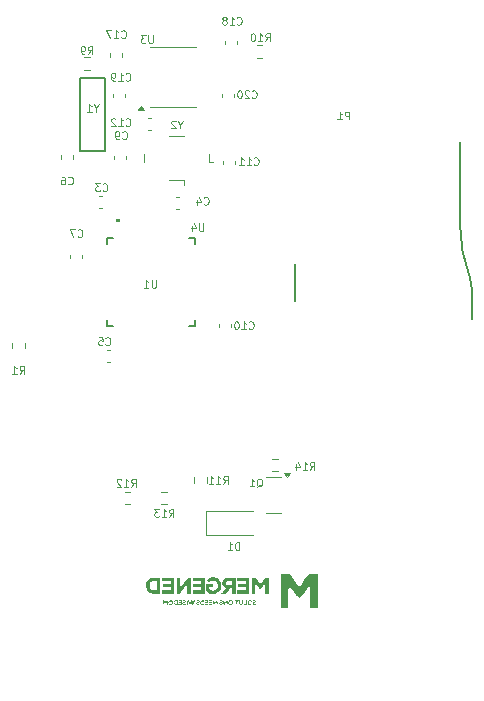
<source format=gbr>
%TF.GenerationSoftware,KiCad,Pcbnew,9.0.4*%
%TF.CreationDate,2025-12-12T14:24:18+03:00*%
%TF.ProjectId,mini_power_logger,6d696e69-5f70-46f7-9765-725f6c6f6767,rev?*%
%TF.SameCoordinates,Original*%
%TF.FileFunction,Legend,Bot*%
%TF.FilePolarity,Positive*%
%FSLAX46Y46*%
G04 Gerber Fmt 4.6, Leading zero omitted, Abs format (unit mm)*
G04 Created by KiCad (PCBNEW 9.0.4) date 2025-12-12 14:24:18*
%MOMM*%
%LPD*%
G01*
G04 APERTURE LIST*
%ADD10C,0.120000*%
%ADD11C,0.000000*%
%ADD12C,0.127000*%
%ADD13C,0.152400*%
G04 APERTURE END LIST*
D10*
X175045238Y-74544462D02*
X175045238Y-75070652D01*
X175045238Y-75070652D02*
X175014285Y-75132557D01*
X175014285Y-75132557D02*
X174983333Y-75163510D01*
X174983333Y-75163510D02*
X174921428Y-75194462D01*
X174921428Y-75194462D02*
X174797619Y-75194462D01*
X174797619Y-75194462D02*
X174735714Y-75163510D01*
X174735714Y-75163510D02*
X174704761Y-75132557D01*
X174704761Y-75132557D02*
X174673809Y-75070652D01*
X174673809Y-75070652D02*
X174673809Y-74544462D01*
X174085714Y-74761129D02*
X174085714Y-75194462D01*
X174240476Y-74513510D02*
X174395238Y-74977795D01*
X174395238Y-74977795D02*
X173992857Y-74977795D01*
X165283333Y-60219462D02*
X165500000Y-59909938D01*
X165654762Y-60219462D02*
X165654762Y-59569462D01*
X165654762Y-59569462D02*
X165407143Y-59569462D01*
X165407143Y-59569462D02*
X165345238Y-59600414D01*
X165345238Y-59600414D02*
X165314285Y-59631367D01*
X165314285Y-59631367D02*
X165283333Y-59693271D01*
X165283333Y-59693271D02*
X165283333Y-59786129D01*
X165283333Y-59786129D02*
X165314285Y-59848033D01*
X165314285Y-59848033D02*
X165345238Y-59878986D01*
X165345238Y-59878986D02*
X165407143Y-59909938D01*
X165407143Y-59909938D02*
X165654762Y-59909938D01*
X164973809Y-60219462D02*
X164850000Y-60219462D01*
X164850000Y-60219462D02*
X164788095Y-60188510D01*
X164788095Y-60188510D02*
X164757143Y-60157557D01*
X164757143Y-60157557D02*
X164695238Y-60064700D01*
X164695238Y-60064700D02*
X164664285Y-59940890D01*
X164664285Y-59940890D02*
X164664285Y-59693271D01*
X164664285Y-59693271D02*
X164695238Y-59631367D01*
X164695238Y-59631367D02*
X164726190Y-59600414D01*
X164726190Y-59600414D02*
X164788095Y-59569462D01*
X164788095Y-59569462D02*
X164911904Y-59569462D01*
X164911904Y-59569462D02*
X164973809Y-59600414D01*
X164973809Y-59600414D02*
X165004762Y-59631367D01*
X165004762Y-59631367D02*
X165035714Y-59693271D01*
X165035714Y-59693271D02*
X165035714Y-59848033D01*
X165035714Y-59848033D02*
X165004762Y-59909938D01*
X165004762Y-59909938D02*
X164973809Y-59940890D01*
X164973809Y-59940890D02*
X164911904Y-59971843D01*
X164911904Y-59971843D02*
X164788095Y-59971843D01*
X164788095Y-59971843D02*
X164726190Y-59940890D01*
X164726190Y-59940890D02*
X164695238Y-59909938D01*
X164695238Y-59909938D02*
X164664285Y-59848033D01*
X187379762Y-65744462D02*
X187379762Y-65094462D01*
X187379762Y-65094462D02*
X187132143Y-65094462D01*
X187132143Y-65094462D02*
X187070238Y-65125414D01*
X187070238Y-65125414D02*
X187039285Y-65156367D01*
X187039285Y-65156367D02*
X187008333Y-65218271D01*
X187008333Y-65218271D02*
X187008333Y-65311129D01*
X187008333Y-65311129D02*
X187039285Y-65373033D01*
X187039285Y-65373033D02*
X187070238Y-65403986D01*
X187070238Y-65403986D02*
X187132143Y-65434938D01*
X187132143Y-65434938D02*
X187379762Y-65434938D01*
X186389285Y-65744462D02*
X186760714Y-65744462D01*
X186575000Y-65744462D02*
X186575000Y-65094462D01*
X186575000Y-65094462D02*
X186636904Y-65187319D01*
X186636904Y-65187319D02*
X186698809Y-65249224D01*
X186698809Y-65249224D02*
X186760714Y-65280176D01*
X179561904Y-96881367D02*
X179623809Y-96850414D01*
X179623809Y-96850414D02*
X179685714Y-96788510D01*
X179685714Y-96788510D02*
X179778571Y-96695652D01*
X179778571Y-96695652D02*
X179840476Y-96664700D01*
X179840476Y-96664700D02*
X179902380Y-96664700D01*
X179871428Y-96819462D02*
X179933333Y-96788510D01*
X179933333Y-96788510D02*
X179995238Y-96726605D01*
X179995238Y-96726605D02*
X180026190Y-96602795D01*
X180026190Y-96602795D02*
X180026190Y-96386129D01*
X180026190Y-96386129D02*
X179995238Y-96262319D01*
X179995238Y-96262319D02*
X179933333Y-96200414D01*
X179933333Y-96200414D02*
X179871428Y-96169462D01*
X179871428Y-96169462D02*
X179747619Y-96169462D01*
X179747619Y-96169462D02*
X179685714Y-96200414D01*
X179685714Y-96200414D02*
X179623809Y-96262319D01*
X179623809Y-96262319D02*
X179592857Y-96386129D01*
X179592857Y-96386129D02*
X179592857Y-96602795D01*
X179592857Y-96602795D02*
X179623809Y-96726605D01*
X179623809Y-96726605D02*
X179685714Y-96788510D01*
X179685714Y-96788510D02*
X179747619Y-96819462D01*
X179747619Y-96819462D02*
X179871428Y-96819462D01*
X178973809Y-96819462D02*
X179345238Y-96819462D01*
X179159524Y-96819462D02*
X179159524Y-96169462D01*
X179159524Y-96169462D02*
X179221428Y-96262319D01*
X179221428Y-96262319D02*
X179283333Y-96324224D01*
X179283333Y-96324224D02*
X179345238Y-96355176D01*
X179167857Y-63882557D02*
X179198809Y-63913510D01*
X179198809Y-63913510D02*
X179291667Y-63944462D01*
X179291667Y-63944462D02*
X179353571Y-63944462D01*
X179353571Y-63944462D02*
X179446428Y-63913510D01*
X179446428Y-63913510D02*
X179508333Y-63851605D01*
X179508333Y-63851605D02*
X179539286Y-63789700D01*
X179539286Y-63789700D02*
X179570238Y-63665890D01*
X179570238Y-63665890D02*
X179570238Y-63573033D01*
X179570238Y-63573033D02*
X179539286Y-63449224D01*
X179539286Y-63449224D02*
X179508333Y-63387319D01*
X179508333Y-63387319D02*
X179446428Y-63325414D01*
X179446428Y-63325414D02*
X179353571Y-63294462D01*
X179353571Y-63294462D02*
X179291667Y-63294462D01*
X179291667Y-63294462D02*
X179198809Y-63325414D01*
X179198809Y-63325414D02*
X179167857Y-63356367D01*
X178920238Y-63356367D02*
X178889286Y-63325414D01*
X178889286Y-63325414D02*
X178827381Y-63294462D01*
X178827381Y-63294462D02*
X178672619Y-63294462D01*
X178672619Y-63294462D02*
X178610714Y-63325414D01*
X178610714Y-63325414D02*
X178579762Y-63356367D01*
X178579762Y-63356367D02*
X178548809Y-63418271D01*
X178548809Y-63418271D02*
X178548809Y-63480176D01*
X178548809Y-63480176D02*
X178579762Y-63573033D01*
X178579762Y-63573033D02*
X178951190Y-63944462D01*
X178951190Y-63944462D02*
X178548809Y-63944462D01*
X178146428Y-63294462D02*
X178084523Y-63294462D01*
X178084523Y-63294462D02*
X178022619Y-63325414D01*
X178022619Y-63325414D02*
X177991666Y-63356367D01*
X177991666Y-63356367D02*
X177960714Y-63418271D01*
X177960714Y-63418271D02*
X177929761Y-63542081D01*
X177929761Y-63542081D02*
X177929761Y-63696843D01*
X177929761Y-63696843D02*
X177960714Y-63820652D01*
X177960714Y-63820652D02*
X177991666Y-63882557D01*
X177991666Y-63882557D02*
X178022619Y-63913510D01*
X178022619Y-63913510D02*
X178084523Y-63944462D01*
X178084523Y-63944462D02*
X178146428Y-63944462D01*
X178146428Y-63944462D02*
X178208333Y-63913510D01*
X178208333Y-63913510D02*
X178239285Y-63882557D01*
X178239285Y-63882557D02*
X178270238Y-63820652D01*
X178270238Y-63820652D02*
X178301190Y-63696843D01*
X178301190Y-63696843D02*
X178301190Y-63542081D01*
X178301190Y-63542081D02*
X178270238Y-63418271D01*
X178270238Y-63418271D02*
X178239285Y-63356367D01*
X178239285Y-63356367D02*
X178208333Y-63325414D01*
X178208333Y-63325414D02*
X178146428Y-63294462D01*
X168092857Y-58782557D02*
X168123809Y-58813510D01*
X168123809Y-58813510D02*
X168216667Y-58844462D01*
X168216667Y-58844462D02*
X168278571Y-58844462D01*
X168278571Y-58844462D02*
X168371428Y-58813510D01*
X168371428Y-58813510D02*
X168433333Y-58751605D01*
X168433333Y-58751605D02*
X168464286Y-58689700D01*
X168464286Y-58689700D02*
X168495238Y-58565890D01*
X168495238Y-58565890D02*
X168495238Y-58473033D01*
X168495238Y-58473033D02*
X168464286Y-58349224D01*
X168464286Y-58349224D02*
X168433333Y-58287319D01*
X168433333Y-58287319D02*
X168371428Y-58225414D01*
X168371428Y-58225414D02*
X168278571Y-58194462D01*
X168278571Y-58194462D02*
X168216667Y-58194462D01*
X168216667Y-58194462D02*
X168123809Y-58225414D01*
X168123809Y-58225414D02*
X168092857Y-58256367D01*
X167473809Y-58844462D02*
X167845238Y-58844462D01*
X167659524Y-58844462D02*
X167659524Y-58194462D01*
X167659524Y-58194462D02*
X167721428Y-58287319D01*
X167721428Y-58287319D02*
X167783333Y-58349224D01*
X167783333Y-58349224D02*
X167845238Y-58380176D01*
X167257142Y-58194462D02*
X166823809Y-58194462D01*
X166823809Y-58194462D02*
X167102380Y-58844462D01*
X168942857Y-96844462D02*
X169159524Y-96534938D01*
X169314286Y-96844462D02*
X169314286Y-96194462D01*
X169314286Y-96194462D02*
X169066667Y-96194462D01*
X169066667Y-96194462D02*
X169004762Y-96225414D01*
X169004762Y-96225414D02*
X168973809Y-96256367D01*
X168973809Y-96256367D02*
X168942857Y-96318271D01*
X168942857Y-96318271D02*
X168942857Y-96411129D01*
X168942857Y-96411129D02*
X168973809Y-96473033D01*
X168973809Y-96473033D02*
X169004762Y-96503986D01*
X169004762Y-96503986D02*
X169066667Y-96534938D01*
X169066667Y-96534938D02*
X169314286Y-96534938D01*
X168323809Y-96844462D02*
X168695238Y-96844462D01*
X168509524Y-96844462D02*
X168509524Y-96194462D01*
X168509524Y-96194462D02*
X168571428Y-96287319D01*
X168571428Y-96287319D02*
X168633333Y-96349224D01*
X168633333Y-96349224D02*
X168695238Y-96380176D01*
X168076190Y-96256367D02*
X168045238Y-96225414D01*
X168045238Y-96225414D02*
X167983333Y-96194462D01*
X167983333Y-96194462D02*
X167828571Y-96194462D01*
X167828571Y-96194462D02*
X167766666Y-96225414D01*
X167766666Y-96225414D02*
X167735714Y-96256367D01*
X167735714Y-96256367D02*
X167704761Y-96318271D01*
X167704761Y-96318271D02*
X167704761Y-96380176D01*
X167704761Y-96380176D02*
X167735714Y-96473033D01*
X167735714Y-96473033D02*
X168107142Y-96844462D01*
X168107142Y-96844462D02*
X167704761Y-96844462D01*
X178892857Y-83432557D02*
X178923809Y-83463510D01*
X178923809Y-83463510D02*
X179016667Y-83494462D01*
X179016667Y-83494462D02*
X179078571Y-83494462D01*
X179078571Y-83494462D02*
X179171428Y-83463510D01*
X179171428Y-83463510D02*
X179233333Y-83401605D01*
X179233333Y-83401605D02*
X179264286Y-83339700D01*
X179264286Y-83339700D02*
X179295238Y-83215890D01*
X179295238Y-83215890D02*
X179295238Y-83123033D01*
X179295238Y-83123033D02*
X179264286Y-82999224D01*
X179264286Y-82999224D02*
X179233333Y-82937319D01*
X179233333Y-82937319D02*
X179171428Y-82875414D01*
X179171428Y-82875414D02*
X179078571Y-82844462D01*
X179078571Y-82844462D02*
X179016667Y-82844462D01*
X179016667Y-82844462D02*
X178923809Y-82875414D01*
X178923809Y-82875414D02*
X178892857Y-82906367D01*
X178273809Y-83494462D02*
X178645238Y-83494462D01*
X178459524Y-83494462D02*
X178459524Y-82844462D01*
X178459524Y-82844462D02*
X178521428Y-82937319D01*
X178521428Y-82937319D02*
X178583333Y-82999224D01*
X178583333Y-82999224D02*
X178645238Y-83030176D01*
X177871428Y-82844462D02*
X177809523Y-82844462D01*
X177809523Y-82844462D02*
X177747619Y-82875414D01*
X177747619Y-82875414D02*
X177716666Y-82906367D01*
X177716666Y-82906367D02*
X177685714Y-82968271D01*
X177685714Y-82968271D02*
X177654761Y-83092081D01*
X177654761Y-83092081D02*
X177654761Y-83246843D01*
X177654761Y-83246843D02*
X177685714Y-83370652D01*
X177685714Y-83370652D02*
X177716666Y-83432557D01*
X177716666Y-83432557D02*
X177747619Y-83463510D01*
X177747619Y-83463510D02*
X177809523Y-83494462D01*
X177809523Y-83494462D02*
X177871428Y-83494462D01*
X177871428Y-83494462D02*
X177933333Y-83463510D01*
X177933333Y-83463510D02*
X177964285Y-83432557D01*
X177964285Y-83432557D02*
X177995238Y-83370652D01*
X177995238Y-83370652D02*
X178026190Y-83246843D01*
X178026190Y-83246843D02*
X178026190Y-83092081D01*
X178026190Y-83092081D02*
X177995238Y-82968271D01*
X177995238Y-82968271D02*
X177964285Y-82906367D01*
X177964285Y-82906367D02*
X177933333Y-82875414D01*
X177933333Y-82875414D02*
X177871428Y-82844462D01*
X178079762Y-102194462D02*
X178079762Y-101544462D01*
X178079762Y-101544462D02*
X177925000Y-101544462D01*
X177925000Y-101544462D02*
X177832143Y-101575414D01*
X177832143Y-101575414D02*
X177770238Y-101637319D01*
X177770238Y-101637319D02*
X177739285Y-101699224D01*
X177739285Y-101699224D02*
X177708333Y-101823033D01*
X177708333Y-101823033D02*
X177708333Y-101915890D01*
X177708333Y-101915890D02*
X177739285Y-102039700D01*
X177739285Y-102039700D02*
X177770238Y-102101605D01*
X177770238Y-102101605D02*
X177832143Y-102163510D01*
X177832143Y-102163510D02*
X177925000Y-102194462D01*
X177925000Y-102194462D02*
X178079762Y-102194462D01*
X177089285Y-102194462D02*
X177460714Y-102194462D01*
X177275000Y-102194462D02*
X177275000Y-101544462D01*
X177275000Y-101544462D02*
X177336904Y-101637319D01*
X177336904Y-101637319D02*
X177398809Y-101699224D01*
X177398809Y-101699224D02*
X177460714Y-101730176D01*
X173109523Y-66184938D02*
X173109523Y-66494462D01*
X173326190Y-65844462D02*
X173109523Y-66184938D01*
X173109523Y-66184938D02*
X172892856Y-65844462D01*
X172707142Y-65906367D02*
X172676190Y-65875414D01*
X172676190Y-65875414D02*
X172614285Y-65844462D01*
X172614285Y-65844462D02*
X172459523Y-65844462D01*
X172459523Y-65844462D02*
X172397618Y-65875414D01*
X172397618Y-65875414D02*
X172366666Y-65906367D01*
X172366666Y-65906367D02*
X172335713Y-65968271D01*
X172335713Y-65968271D02*
X172335713Y-66030176D01*
X172335713Y-66030176D02*
X172366666Y-66123033D01*
X172366666Y-66123033D02*
X172738094Y-66494462D01*
X172738094Y-66494462D02*
X172335713Y-66494462D01*
X168183333Y-67332557D02*
X168214285Y-67363510D01*
X168214285Y-67363510D02*
X168307143Y-67394462D01*
X168307143Y-67394462D02*
X168369047Y-67394462D01*
X168369047Y-67394462D02*
X168461904Y-67363510D01*
X168461904Y-67363510D02*
X168523809Y-67301605D01*
X168523809Y-67301605D02*
X168554762Y-67239700D01*
X168554762Y-67239700D02*
X168585714Y-67115890D01*
X168585714Y-67115890D02*
X168585714Y-67023033D01*
X168585714Y-67023033D02*
X168554762Y-66899224D01*
X168554762Y-66899224D02*
X168523809Y-66837319D01*
X168523809Y-66837319D02*
X168461904Y-66775414D01*
X168461904Y-66775414D02*
X168369047Y-66744462D01*
X168369047Y-66744462D02*
X168307143Y-66744462D01*
X168307143Y-66744462D02*
X168214285Y-66775414D01*
X168214285Y-66775414D02*
X168183333Y-66806367D01*
X167873809Y-67394462D02*
X167750000Y-67394462D01*
X167750000Y-67394462D02*
X167688095Y-67363510D01*
X167688095Y-67363510D02*
X167657143Y-67332557D01*
X167657143Y-67332557D02*
X167595238Y-67239700D01*
X167595238Y-67239700D02*
X167564285Y-67115890D01*
X167564285Y-67115890D02*
X167564285Y-66868271D01*
X167564285Y-66868271D02*
X167595238Y-66806367D01*
X167595238Y-66806367D02*
X167626190Y-66775414D01*
X167626190Y-66775414D02*
X167688095Y-66744462D01*
X167688095Y-66744462D02*
X167811904Y-66744462D01*
X167811904Y-66744462D02*
X167873809Y-66775414D01*
X167873809Y-66775414D02*
X167904762Y-66806367D01*
X167904762Y-66806367D02*
X167935714Y-66868271D01*
X167935714Y-66868271D02*
X167935714Y-67023033D01*
X167935714Y-67023033D02*
X167904762Y-67084938D01*
X167904762Y-67084938D02*
X167873809Y-67115890D01*
X167873809Y-67115890D02*
X167811904Y-67146843D01*
X167811904Y-67146843D02*
X167688095Y-67146843D01*
X167688095Y-67146843D02*
X167626190Y-67115890D01*
X167626190Y-67115890D02*
X167595238Y-67084938D01*
X167595238Y-67084938D02*
X167564285Y-67023033D01*
X164408333Y-75632557D02*
X164439285Y-75663510D01*
X164439285Y-75663510D02*
X164532143Y-75694462D01*
X164532143Y-75694462D02*
X164594047Y-75694462D01*
X164594047Y-75694462D02*
X164686904Y-75663510D01*
X164686904Y-75663510D02*
X164748809Y-75601605D01*
X164748809Y-75601605D02*
X164779762Y-75539700D01*
X164779762Y-75539700D02*
X164810714Y-75415890D01*
X164810714Y-75415890D02*
X164810714Y-75323033D01*
X164810714Y-75323033D02*
X164779762Y-75199224D01*
X164779762Y-75199224D02*
X164748809Y-75137319D01*
X164748809Y-75137319D02*
X164686904Y-75075414D01*
X164686904Y-75075414D02*
X164594047Y-75044462D01*
X164594047Y-75044462D02*
X164532143Y-75044462D01*
X164532143Y-75044462D02*
X164439285Y-75075414D01*
X164439285Y-75075414D02*
X164408333Y-75106367D01*
X164191666Y-75044462D02*
X163758333Y-75044462D01*
X163758333Y-75044462D02*
X164036904Y-75694462D01*
X159483333Y-87269462D02*
X159700000Y-86959938D01*
X159854762Y-87269462D02*
X159854762Y-86619462D01*
X159854762Y-86619462D02*
X159607143Y-86619462D01*
X159607143Y-86619462D02*
X159545238Y-86650414D01*
X159545238Y-86650414D02*
X159514285Y-86681367D01*
X159514285Y-86681367D02*
X159483333Y-86743271D01*
X159483333Y-86743271D02*
X159483333Y-86836129D01*
X159483333Y-86836129D02*
X159514285Y-86898033D01*
X159514285Y-86898033D02*
X159545238Y-86928986D01*
X159545238Y-86928986D02*
X159607143Y-86959938D01*
X159607143Y-86959938D02*
X159854762Y-86959938D01*
X158864285Y-87269462D02*
X159235714Y-87269462D01*
X159050000Y-87269462D02*
X159050000Y-86619462D01*
X159050000Y-86619462D02*
X159111904Y-86712319D01*
X159111904Y-86712319D02*
X159173809Y-86774224D01*
X159173809Y-86774224D02*
X159235714Y-86805176D01*
X177892857Y-57657557D02*
X177923809Y-57688510D01*
X177923809Y-57688510D02*
X178016667Y-57719462D01*
X178016667Y-57719462D02*
X178078571Y-57719462D01*
X178078571Y-57719462D02*
X178171428Y-57688510D01*
X178171428Y-57688510D02*
X178233333Y-57626605D01*
X178233333Y-57626605D02*
X178264286Y-57564700D01*
X178264286Y-57564700D02*
X178295238Y-57440890D01*
X178295238Y-57440890D02*
X178295238Y-57348033D01*
X178295238Y-57348033D02*
X178264286Y-57224224D01*
X178264286Y-57224224D02*
X178233333Y-57162319D01*
X178233333Y-57162319D02*
X178171428Y-57100414D01*
X178171428Y-57100414D02*
X178078571Y-57069462D01*
X178078571Y-57069462D02*
X178016667Y-57069462D01*
X178016667Y-57069462D02*
X177923809Y-57100414D01*
X177923809Y-57100414D02*
X177892857Y-57131367D01*
X177273809Y-57719462D02*
X177645238Y-57719462D01*
X177459524Y-57719462D02*
X177459524Y-57069462D01*
X177459524Y-57069462D02*
X177521428Y-57162319D01*
X177521428Y-57162319D02*
X177583333Y-57224224D01*
X177583333Y-57224224D02*
X177645238Y-57255176D01*
X176902380Y-57348033D02*
X176964285Y-57317081D01*
X176964285Y-57317081D02*
X176995238Y-57286129D01*
X176995238Y-57286129D02*
X177026190Y-57224224D01*
X177026190Y-57224224D02*
X177026190Y-57193271D01*
X177026190Y-57193271D02*
X176995238Y-57131367D01*
X176995238Y-57131367D02*
X176964285Y-57100414D01*
X176964285Y-57100414D02*
X176902380Y-57069462D01*
X176902380Y-57069462D02*
X176778571Y-57069462D01*
X176778571Y-57069462D02*
X176716666Y-57100414D01*
X176716666Y-57100414D02*
X176685714Y-57131367D01*
X176685714Y-57131367D02*
X176654761Y-57193271D01*
X176654761Y-57193271D02*
X176654761Y-57224224D01*
X176654761Y-57224224D02*
X176685714Y-57286129D01*
X176685714Y-57286129D02*
X176716666Y-57317081D01*
X176716666Y-57317081D02*
X176778571Y-57348033D01*
X176778571Y-57348033D02*
X176902380Y-57348033D01*
X176902380Y-57348033D02*
X176964285Y-57378986D01*
X176964285Y-57378986D02*
X176995238Y-57409938D01*
X176995238Y-57409938D02*
X177026190Y-57471843D01*
X177026190Y-57471843D02*
X177026190Y-57595652D01*
X177026190Y-57595652D02*
X176995238Y-57657557D01*
X176995238Y-57657557D02*
X176964285Y-57688510D01*
X176964285Y-57688510D02*
X176902380Y-57719462D01*
X176902380Y-57719462D02*
X176778571Y-57719462D01*
X176778571Y-57719462D02*
X176716666Y-57688510D01*
X176716666Y-57688510D02*
X176685714Y-57657557D01*
X176685714Y-57657557D02*
X176654761Y-57595652D01*
X176654761Y-57595652D02*
X176654761Y-57471843D01*
X176654761Y-57471843D02*
X176685714Y-57409938D01*
X176685714Y-57409938D02*
X176716666Y-57378986D01*
X176716666Y-57378986D02*
X176778571Y-57348033D01*
X168467857Y-62407557D02*
X168498809Y-62438510D01*
X168498809Y-62438510D02*
X168591667Y-62469462D01*
X168591667Y-62469462D02*
X168653571Y-62469462D01*
X168653571Y-62469462D02*
X168746428Y-62438510D01*
X168746428Y-62438510D02*
X168808333Y-62376605D01*
X168808333Y-62376605D02*
X168839286Y-62314700D01*
X168839286Y-62314700D02*
X168870238Y-62190890D01*
X168870238Y-62190890D02*
X168870238Y-62098033D01*
X168870238Y-62098033D02*
X168839286Y-61974224D01*
X168839286Y-61974224D02*
X168808333Y-61912319D01*
X168808333Y-61912319D02*
X168746428Y-61850414D01*
X168746428Y-61850414D02*
X168653571Y-61819462D01*
X168653571Y-61819462D02*
X168591667Y-61819462D01*
X168591667Y-61819462D02*
X168498809Y-61850414D01*
X168498809Y-61850414D02*
X168467857Y-61881367D01*
X167848809Y-62469462D02*
X168220238Y-62469462D01*
X168034524Y-62469462D02*
X168034524Y-61819462D01*
X168034524Y-61819462D02*
X168096428Y-61912319D01*
X168096428Y-61912319D02*
X168158333Y-61974224D01*
X168158333Y-61974224D02*
X168220238Y-62005176D01*
X167539285Y-62469462D02*
X167415476Y-62469462D01*
X167415476Y-62469462D02*
X167353571Y-62438510D01*
X167353571Y-62438510D02*
X167322619Y-62407557D01*
X167322619Y-62407557D02*
X167260714Y-62314700D01*
X167260714Y-62314700D02*
X167229761Y-62190890D01*
X167229761Y-62190890D02*
X167229761Y-61943271D01*
X167229761Y-61943271D02*
X167260714Y-61881367D01*
X167260714Y-61881367D02*
X167291666Y-61850414D01*
X167291666Y-61850414D02*
X167353571Y-61819462D01*
X167353571Y-61819462D02*
X167477380Y-61819462D01*
X167477380Y-61819462D02*
X167539285Y-61850414D01*
X167539285Y-61850414D02*
X167570238Y-61881367D01*
X167570238Y-61881367D02*
X167601190Y-61943271D01*
X167601190Y-61943271D02*
X167601190Y-62098033D01*
X167601190Y-62098033D02*
X167570238Y-62159938D01*
X167570238Y-62159938D02*
X167539285Y-62190890D01*
X167539285Y-62190890D02*
X167477380Y-62221843D01*
X167477380Y-62221843D02*
X167353571Y-62221843D01*
X167353571Y-62221843D02*
X167291666Y-62190890D01*
X167291666Y-62190890D02*
X167260714Y-62159938D01*
X167260714Y-62159938D02*
X167229761Y-62098033D01*
X168467857Y-66232557D02*
X168498809Y-66263510D01*
X168498809Y-66263510D02*
X168591667Y-66294462D01*
X168591667Y-66294462D02*
X168653571Y-66294462D01*
X168653571Y-66294462D02*
X168746428Y-66263510D01*
X168746428Y-66263510D02*
X168808333Y-66201605D01*
X168808333Y-66201605D02*
X168839286Y-66139700D01*
X168839286Y-66139700D02*
X168870238Y-66015890D01*
X168870238Y-66015890D02*
X168870238Y-65923033D01*
X168870238Y-65923033D02*
X168839286Y-65799224D01*
X168839286Y-65799224D02*
X168808333Y-65737319D01*
X168808333Y-65737319D02*
X168746428Y-65675414D01*
X168746428Y-65675414D02*
X168653571Y-65644462D01*
X168653571Y-65644462D02*
X168591667Y-65644462D01*
X168591667Y-65644462D02*
X168498809Y-65675414D01*
X168498809Y-65675414D02*
X168467857Y-65706367D01*
X167848809Y-66294462D02*
X168220238Y-66294462D01*
X168034524Y-66294462D02*
X168034524Y-65644462D01*
X168034524Y-65644462D02*
X168096428Y-65737319D01*
X168096428Y-65737319D02*
X168158333Y-65799224D01*
X168158333Y-65799224D02*
X168220238Y-65830176D01*
X167601190Y-65706367D02*
X167570238Y-65675414D01*
X167570238Y-65675414D02*
X167508333Y-65644462D01*
X167508333Y-65644462D02*
X167353571Y-65644462D01*
X167353571Y-65644462D02*
X167291666Y-65675414D01*
X167291666Y-65675414D02*
X167260714Y-65706367D01*
X167260714Y-65706367D02*
X167229761Y-65768271D01*
X167229761Y-65768271D02*
X167229761Y-65830176D01*
X167229761Y-65830176D02*
X167260714Y-65923033D01*
X167260714Y-65923033D02*
X167632142Y-66294462D01*
X167632142Y-66294462D02*
X167229761Y-66294462D01*
X180292857Y-59119462D02*
X180509524Y-58809938D01*
X180664286Y-59119462D02*
X180664286Y-58469462D01*
X180664286Y-58469462D02*
X180416667Y-58469462D01*
X180416667Y-58469462D02*
X180354762Y-58500414D01*
X180354762Y-58500414D02*
X180323809Y-58531367D01*
X180323809Y-58531367D02*
X180292857Y-58593271D01*
X180292857Y-58593271D02*
X180292857Y-58686129D01*
X180292857Y-58686129D02*
X180323809Y-58748033D01*
X180323809Y-58748033D02*
X180354762Y-58778986D01*
X180354762Y-58778986D02*
X180416667Y-58809938D01*
X180416667Y-58809938D02*
X180664286Y-58809938D01*
X179673809Y-59119462D02*
X180045238Y-59119462D01*
X179859524Y-59119462D02*
X179859524Y-58469462D01*
X179859524Y-58469462D02*
X179921428Y-58562319D01*
X179921428Y-58562319D02*
X179983333Y-58624224D01*
X179983333Y-58624224D02*
X180045238Y-58655176D01*
X179271428Y-58469462D02*
X179209523Y-58469462D01*
X179209523Y-58469462D02*
X179147619Y-58500414D01*
X179147619Y-58500414D02*
X179116666Y-58531367D01*
X179116666Y-58531367D02*
X179085714Y-58593271D01*
X179085714Y-58593271D02*
X179054761Y-58717081D01*
X179054761Y-58717081D02*
X179054761Y-58871843D01*
X179054761Y-58871843D02*
X179085714Y-58995652D01*
X179085714Y-58995652D02*
X179116666Y-59057557D01*
X179116666Y-59057557D02*
X179147619Y-59088510D01*
X179147619Y-59088510D02*
X179209523Y-59119462D01*
X179209523Y-59119462D02*
X179271428Y-59119462D01*
X179271428Y-59119462D02*
X179333333Y-59088510D01*
X179333333Y-59088510D02*
X179364285Y-59057557D01*
X179364285Y-59057557D02*
X179395238Y-58995652D01*
X179395238Y-58995652D02*
X179426190Y-58871843D01*
X179426190Y-58871843D02*
X179426190Y-58717081D01*
X179426190Y-58717081D02*
X179395238Y-58593271D01*
X179395238Y-58593271D02*
X179364285Y-58531367D01*
X179364285Y-58531367D02*
X179333333Y-58500414D01*
X179333333Y-58500414D02*
X179271428Y-58469462D01*
X179317857Y-69557557D02*
X179348809Y-69588510D01*
X179348809Y-69588510D02*
X179441667Y-69619462D01*
X179441667Y-69619462D02*
X179503571Y-69619462D01*
X179503571Y-69619462D02*
X179596428Y-69588510D01*
X179596428Y-69588510D02*
X179658333Y-69526605D01*
X179658333Y-69526605D02*
X179689286Y-69464700D01*
X179689286Y-69464700D02*
X179720238Y-69340890D01*
X179720238Y-69340890D02*
X179720238Y-69248033D01*
X179720238Y-69248033D02*
X179689286Y-69124224D01*
X179689286Y-69124224D02*
X179658333Y-69062319D01*
X179658333Y-69062319D02*
X179596428Y-69000414D01*
X179596428Y-69000414D02*
X179503571Y-68969462D01*
X179503571Y-68969462D02*
X179441667Y-68969462D01*
X179441667Y-68969462D02*
X179348809Y-69000414D01*
X179348809Y-69000414D02*
X179317857Y-69031367D01*
X178698809Y-69619462D02*
X179070238Y-69619462D01*
X178884524Y-69619462D02*
X178884524Y-68969462D01*
X178884524Y-68969462D02*
X178946428Y-69062319D01*
X178946428Y-69062319D02*
X179008333Y-69124224D01*
X179008333Y-69124224D02*
X179070238Y-69155176D01*
X178079761Y-69619462D02*
X178451190Y-69619462D01*
X178265476Y-69619462D02*
X178265476Y-68969462D01*
X178265476Y-68969462D02*
X178327380Y-69062319D01*
X178327380Y-69062319D02*
X178389285Y-69124224D01*
X178389285Y-69124224D02*
X178451190Y-69155176D01*
X166508333Y-71757557D02*
X166539285Y-71788510D01*
X166539285Y-71788510D02*
X166632143Y-71819462D01*
X166632143Y-71819462D02*
X166694047Y-71819462D01*
X166694047Y-71819462D02*
X166786904Y-71788510D01*
X166786904Y-71788510D02*
X166848809Y-71726605D01*
X166848809Y-71726605D02*
X166879762Y-71664700D01*
X166879762Y-71664700D02*
X166910714Y-71540890D01*
X166910714Y-71540890D02*
X166910714Y-71448033D01*
X166910714Y-71448033D02*
X166879762Y-71324224D01*
X166879762Y-71324224D02*
X166848809Y-71262319D01*
X166848809Y-71262319D02*
X166786904Y-71200414D01*
X166786904Y-71200414D02*
X166694047Y-71169462D01*
X166694047Y-71169462D02*
X166632143Y-71169462D01*
X166632143Y-71169462D02*
X166539285Y-71200414D01*
X166539285Y-71200414D02*
X166508333Y-71231367D01*
X166291666Y-71169462D02*
X165889285Y-71169462D01*
X165889285Y-71169462D02*
X166105952Y-71417081D01*
X166105952Y-71417081D02*
X166013095Y-71417081D01*
X166013095Y-71417081D02*
X165951190Y-71448033D01*
X165951190Y-71448033D02*
X165920238Y-71478986D01*
X165920238Y-71478986D02*
X165889285Y-71540890D01*
X165889285Y-71540890D02*
X165889285Y-71695652D01*
X165889285Y-71695652D02*
X165920238Y-71757557D01*
X165920238Y-71757557D02*
X165951190Y-71788510D01*
X165951190Y-71788510D02*
X166013095Y-71819462D01*
X166013095Y-71819462D02*
X166198809Y-71819462D01*
X166198809Y-71819462D02*
X166260714Y-71788510D01*
X166260714Y-71788510D02*
X166291666Y-71757557D01*
X171045238Y-79344462D02*
X171045238Y-79870652D01*
X171045238Y-79870652D02*
X171014285Y-79932557D01*
X171014285Y-79932557D02*
X170983333Y-79963510D01*
X170983333Y-79963510D02*
X170921428Y-79994462D01*
X170921428Y-79994462D02*
X170797619Y-79994462D01*
X170797619Y-79994462D02*
X170735714Y-79963510D01*
X170735714Y-79963510D02*
X170704761Y-79932557D01*
X170704761Y-79932557D02*
X170673809Y-79870652D01*
X170673809Y-79870652D02*
X170673809Y-79344462D01*
X170023809Y-79994462D02*
X170395238Y-79994462D01*
X170209524Y-79994462D02*
X170209524Y-79344462D01*
X170209524Y-79344462D02*
X170271428Y-79437319D01*
X170271428Y-79437319D02*
X170333333Y-79499224D01*
X170333333Y-79499224D02*
X170395238Y-79530176D01*
X184067857Y-95394462D02*
X184284524Y-95084938D01*
X184439286Y-95394462D02*
X184439286Y-94744462D01*
X184439286Y-94744462D02*
X184191667Y-94744462D01*
X184191667Y-94744462D02*
X184129762Y-94775414D01*
X184129762Y-94775414D02*
X184098809Y-94806367D01*
X184098809Y-94806367D02*
X184067857Y-94868271D01*
X184067857Y-94868271D02*
X184067857Y-94961129D01*
X184067857Y-94961129D02*
X184098809Y-95023033D01*
X184098809Y-95023033D02*
X184129762Y-95053986D01*
X184129762Y-95053986D02*
X184191667Y-95084938D01*
X184191667Y-95084938D02*
X184439286Y-95084938D01*
X183448809Y-95394462D02*
X183820238Y-95394462D01*
X183634524Y-95394462D02*
X183634524Y-94744462D01*
X183634524Y-94744462D02*
X183696428Y-94837319D01*
X183696428Y-94837319D02*
X183758333Y-94899224D01*
X183758333Y-94899224D02*
X183820238Y-94930176D01*
X182891666Y-94961129D02*
X182891666Y-95394462D01*
X183046428Y-94713510D02*
X183201190Y-95177795D01*
X183201190Y-95177795D02*
X182798809Y-95177795D01*
X176742857Y-96594462D02*
X176959524Y-96284938D01*
X177114286Y-96594462D02*
X177114286Y-95944462D01*
X177114286Y-95944462D02*
X176866667Y-95944462D01*
X176866667Y-95944462D02*
X176804762Y-95975414D01*
X176804762Y-95975414D02*
X176773809Y-96006367D01*
X176773809Y-96006367D02*
X176742857Y-96068271D01*
X176742857Y-96068271D02*
X176742857Y-96161129D01*
X176742857Y-96161129D02*
X176773809Y-96223033D01*
X176773809Y-96223033D02*
X176804762Y-96253986D01*
X176804762Y-96253986D02*
X176866667Y-96284938D01*
X176866667Y-96284938D02*
X177114286Y-96284938D01*
X176123809Y-96594462D02*
X176495238Y-96594462D01*
X176309524Y-96594462D02*
X176309524Y-95944462D01*
X176309524Y-95944462D02*
X176371428Y-96037319D01*
X176371428Y-96037319D02*
X176433333Y-96099224D01*
X176433333Y-96099224D02*
X176495238Y-96130176D01*
X175504761Y-96594462D02*
X175876190Y-96594462D01*
X175690476Y-96594462D02*
X175690476Y-95944462D01*
X175690476Y-95944462D02*
X175752380Y-96037319D01*
X175752380Y-96037319D02*
X175814285Y-96099224D01*
X175814285Y-96099224D02*
X175876190Y-96130176D01*
X172142857Y-99394462D02*
X172359524Y-99084938D01*
X172514286Y-99394462D02*
X172514286Y-98744462D01*
X172514286Y-98744462D02*
X172266667Y-98744462D01*
X172266667Y-98744462D02*
X172204762Y-98775414D01*
X172204762Y-98775414D02*
X172173809Y-98806367D01*
X172173809Y-98806367D02*
X172142857Y-98868271D01*
X172142857Y-98868271D02*
X172142857Y-98961129D01*
X172142857Y-98961129D02*
X172173809Y-99023033D01*
X172173809Y-99023033D02*
X172204762Y-99053986D01*
X172204762Y-99053986D02*
X172266667Y-99084938D01*
X172266667Y-99084938D02*
X172514286Y-99084938D01*
X171523809Y-99394462D02*
X171895238Y-99394462D01*
X171709524Y-99394462D02*
X171709524Y-98744462D01*
X171709524Y-98744462D02*
X171771428Y-98837319D01*
X171771428Y-98837319D02*
X171833333Y-98899224D01*
X171833333Y-98899224D02*
X171895238Y-98930176D01*
X171307142Y-98744462D02*
X170904761Y-98744462D01*
X170904761Y-98744462D02*
X171121428Y-98992081D01*
X171121428Y-98992081D02*
X171028571Y-98992081D01*
X171028571Y-98992081D02*
X170966666Y-99023033D01*
X170966666Y-99023033D02*
X170935714Y-99053986D01*
X170935714Y-99053986D02*
X170904761Y-99115890D01*
X170904761Y-99115890D02*
X170904761Y-99270652D01*
X170904761Y-99270652D02*
X170935714Y-99332557D01*
X170935714Y-99332557D02*
X170966666Y-99363510D01*
X170966666Y-99363510D02*
X171028571Y-99394462D01*
X171028571Y-99394462D02*
X171214285Y-99394462D01*
X171214285Y-99394462D02*
X171276190Y-99363510D01*
X171276190Y-99363510D02*
X171307142Y-99332557D01*
X175083333Y-72907557D02*
X175114285Y-72938510D01*
X175114285Y-72938510D02*
X175207143Y-72969462D01*
X175207143Y-72969462D02*
X175269047Y-72969462D01*
X175269047Y-72969462D02*
X175361904Y-72938510D01*
X175361904Y-72938510D02*
X175423809Y-72876605D01*
X175423809Y-72876605D02*
X175454762Y-72814700D01*
X175454762Y-72814700D02*
X175485714Y-72690890D01*
X175485714Y-72690890D02*
X175485714Y-72598033D01*
X175485714Y-72598033D02*
X175454762Y-72474224D01*
X175454762Y-72474224D02*
X175423809Y-72412319D01*
X175423809Y-72412319D02*
X175361904Y-72350414D01*
X175361904Y-72350414D02*
X175269047Y-72319462D01*
X175269047Y-72319462D02*
X175207143Y-72319462D01*
X175207143Y-72319462D02*
X175114285Y-72350414D01*
X175114285Y-72350414D02*
X175083333Y-72381367D01*
X174526190Y-72536129D02*
X174526190Y-72969462D01*
X174680952Y-72288510D02*
X174835714Y-72752795D01*
X174835714Y-72752795D02*
X174433333Y-72752795D01*
X163608333Y-71182557D02*
X163639285Y-71213510D01*
X163639285Y-71213510D02*
X163732143Y-71244462D01*
X163732143Y-71244462D02*
X163794047Y-71244462D01*
X163794047Y-71244462D02*
X163886904Y-71213510D01*
X163886904Y-71213510D02*
X163948809Y-71151605D01*
X163948809Y-71151605D02*
X163979762Y-71089700D01*
X163979762Y-71089700D02*
X164010714Y-70965890D01*
X164010714Y-70965890D02*
X164010714Y-70873033D01*
X164010714Y-70873033D02*
X163979762Y-70749224D01*
X163979762Y-70749224D02*
X163948809Y-70687319D01*
X163948809Y-70687319D02*
X163886904Y-70625414D01*
X163886904Y-70625414D02*
X163794047Y-70594462D01*
X163794047Y-70594462D02*
X163732143Y-70594462D01*
X163732143Y-70594462D02*
X163639285Y-70625414D01*
X163639285Y-70625414D02*
X163608333Y-70656367D01*
X163051190Y-70594462D02*
X163175000Y-70594462D01*
X163175000Y-70594462D02*
X163236904Y-70625414D01*
X163236904Y-70625414D02*
X163267857Y-70656367D01*
X163267857Y-70656367D02*
X163329762Y-70749224D01*
X163329762Y-70749224D02*
X163360714Y-70873033D01*
X163360714Y-70873033D02*
X163360714Y-71120652D01*
X163360714Y-71120652D02*
X163329762Y-71182557D01*
X163329762Y-71182557D02*
X163298809Y-71213510D01*
X163298809Y-71213510D02*
X163236904Y-71244462D01*
X163236904Y-71244462D02*
X163113095Y-71244462D01*
X163113095Y-71244462D02*
X163051190Y-71213510D01*
X163051190Y-71213510D02*
X163020238Y-71182557D01*
X163020238Y-71182557D02*
X162989285Y-71120652D01*
X162989285Y-71120652D02*
X162989285Y-70965890D01*
X162989285Y-70965890D02*
X163020238Y-70903986D01*
X163020238Y-70903986D02*
X163051190Y-70873033D01*
X163051190Y-70873033D02*
X163113095Y-70842081D01*
X163113095Y-70842081D02*
X163236904Y-70842081D01*
X163236904Y-70842081D02*
X163298809Y-70873033D01*
X163298809Y-70873033D02*
X163329762Y-70903986D01*
X163329762Y-70903986D02*
X163360714Y-70965890D01*
X166758333Y-84782557D02*
X166789285Y-84813510D01*
X166789285Y-84813510D02*
X166882143Y-84844462D01*
X166882143Y-84844462D02*
X166944047Y-84844462D01*
X166944047Y-84844462D02*
X167036904Y-84813510D01*
X167036904Y-84813510D02*
X167098809Y-84751605D01*
X167098809Y-84751605D02*
X167129762Y-84689700D01*
X167129762Y-84689700D02*
X167160714Y-84565890D01*
X167160714Y-84565890D02*
X167160714Y-84473033D01*
X167160714Y-84473033D02*
X167129762Y-84349224D01*
X167129762Y-84349224D02*
X167098809Y-84287319D01*
X167098809Y-84287319D02*
X167036904Y-84225414D01*
X167036904Y-84225414D02*
X166944047Y-84194462D01*
X166944047Y-84194462D02*
X166882143Y-84194462D01*
X166882143Y-84194462D02*
X166789285Y-84225414D01*
X166789285Y-84225414D02*
X166758333Y-84256367D01*
X166170238Y-84194462D02*
X166479762Y-84194462D01*
X166479762Y-84194462D02*
X166510714Y-84503986D01*
X166510714Y-84503986D02*
X166479762Y-84473033D01*
X166479762Y-84473033D02*
X166417857Y-84442081D01*
X166417857Y-84442081D02*
X166263095Y-84442081D01*
X166263095Y-84442081D02*
X166201190Y-84473033D01*
X166201190Y-84473033D02*
X166170238Y-84503986D01*
X166170238Y-84503986D02*
X166139285Y-84565890D01*
X166139285Y-84565890D02*
X166139285Y-84720652D01*
X166139285Y-84720652D02*
X166170238Y-84782557D01*
X166170238Y-84782557D02*
X166201190Y-84813510D01*
X166201190Y-84813510D02*
X166263095Y-84844462D01*
X166263095Y-84844462D02*
X166417857Y-84844462D01*
X166417857Y-84844462D02*
X166479762Y-84813510D01*
X166479762Y-84813510D02*
X166510714Y-84782557D01*
X165984523Y-64784938D02*
X165984523Y-65094462D01*
X166201190Y-64444462D02*
X165984523Y-64784938D01*
X165984523Y-64784938D02*
X165767856Y-64444462D01*
X165210713Y-65094462D02*
X165582142Y-65094462D01*
X165396428Y-65094462D02*
X165396428Y-64444462D01*
X165396428Y-64444462D02*
X165458332Y-64537319D01*
X165458332Y-64537319D02*
X165520237Y-64599224D01*
X165520237Y-64599224D02*
X165582142Y-64630176D01*
X170770238Y-58619462D02*
X170770238Y-59145652D01*
X170770238Y-59145652D02*
X170739285Y-59207557D01*
X170739285Y-59207557D02*
X170708333Y-59238510D01*
X170708333Y-59238510D02*
X170646428Y-59269462D01*
X170646428Y-59269462D02*
X170522619Y-59269462D01*
X170522619Y-59269462D02*
X170460714Y-59238510D01*
X170460714Y-59238510D02*
X170429761Y-59207557D01*
X170429761Y-59207557D02*
X170398809Y-59145652D01*
X170398809Y-59145652D02*
X170398809Y-58619462D01*
X170151190Y-58619462D02*
X169748809Y-58619462D01*
X169748809Y-58619462D02*
X169965476Y-58867081D01*
X169965476Y-58867081D02*
X169872619Y-58867081D01*
X169872619Y-58867081D02*
X169810714Y-58898033D01*
X169810714Y-58898033D02*
X169779762Y-58928986D01*
X169779762Y-58928986D02*
X169748809Y-58990890D01*
X169748809Y-58990890D02*
X169748809Y-59145652D01*
X169748809Y-59145652D02*
X169779762Y-59207557D01*
X169779762Y-59207557D02*
X169810714Y-59238510D01*
X169810714Y-59238510D02*
X169872619Y-59269462D01*
X169872619Y-59269462D02*
X170058333Y-59269462D01*
X170058333Y-59269462D02*
X170120238Y-59238510D01*
X170120238Y-59238510D02*
X170151190Y-59207557D01*
D11*
%TO.C,G\u002A\u002A\u002A*%
G36*
X177001122Y-113520634D02*
G01*
X177003304Y-113545992D01*
X176997656Y-113554227D01*
X176974161Y-113573511D01*
X176971415Y-113572795D01*
X176962026Y-113545992D01*
X176963145Y-113538449D01*
X176991169Y-113518473D01*
X177001122Y-113520634D01*
G37*
G36*
X184749891Y-105689329D02*
G01*
X184749891Y-107134074D01*
X184419664Y-107134074D01*
X184089436Y-107134074D01*
X184086176Y-106191550D01*
X184085648Y-106018761D01*
X184085202Y-105807123D01*
X184085027Y-105617181D01*
X184085116Y-105455605D01*
X184085466Y-105329062D01*
X184086071Y-105244220D01*
X184086926Y-105207747D01*
X184087243Y-105203726D01*
X184079193Y-105188964D01*
X184048119Y-105220965D01*
X184039407Y-105232116D01*
X183997616Y-105285899D01*
X183930045Y-105373039D01*
X183842199Y-105486430D01*
X183739584Y-105618967D01*
X183627705Y-105763546D01*
X183545754Y-105868814D01*
X183428080Y-106016451D01*
X183337029Y-106124974D01*
X183269321Y-106198052D01*
X183221680Y-106239354D01*
X183190827Y-106252549D01*
X183178574Y-106251386D01*
X183115150Y-106215568D01*
X183039473Y-106132613D01*
X182999273Y-106080932D01*
X182927642Y-105990479D01*
X182835514Y-105875162D01*
X182730452Y-105744442D01*
X182620015Y-105607780D01*
X182499372Y-105461058D01*
X182402722Y-105348909D01*
X182333792Y-105276377D01*
X182290202Y-105240964D01*
X182269570Y-105240173D01*
X182265873Y-105257757D01*
X182260610Y-105325763D01*
X182255910Y-105437616D01*
X182251942Y-105586571D01*
X182248870Y-105765883D01*
X182246863Y-105968810D01*
X182246087Y-106188606D01*
X182245953Y-106307047D01*
X182244983Y-106544964D01*
X182242952Y-106734387D01*
X182239686Y-106879886D01*
X182235010Y-106986031D01*
X182228751Y-107057394D01*
X182220733Y-107098544D01*
X182210783Y-107114052D01*
X182188823Y-107118088D01*
X182118715Y-107123906D01*
X182016047Y-107128751D01*
X181894315Y-107131863D01*
X181612730Y-107136287D01*
X181612730Y-105690435D01*
X181612730Y-104244583D01*
X181977356Y-104245937D01*
X182341982Y-104247290D01*
X182685969Y-104701410D01*
X182706170Y-104728092D01*
X182812504Y-104868994D01*
X182909565Y-104998322D01*
X182991341Y-105108019D01*
X183051822Y-105190026D01*
X183084994Y-105236285D01*
X183092219Y-105246492D01*
X183135428Y-105293884D01*
X183167551Y-105308834D01*
X183180147Y-105297567D01*
X183223233Y-105247985D01*
X183291078Y-105164632D01*
X183378775Y-105053665D01*
X183481416Y-104921242D01*
X183594095Y-104773522D01*
X183993120Y-104246419D01*
X184371505Y-104245501D01*
X184749891Y-104244583D01*
X184749891Y-105689329D01*
G37*
G36*
X179431627Y-106451135D02*
G01*
X179497712Y-106482884D01*
X179521289Y-106541973D01*
X179505639Y-106597729D01*
X179447624Y-106647612D01*
X179357984Y-106666252D01*
X179345203Y-106667261D01*
X179307273Y-106692123D01*
X179305871Y-106733101D01*
X179344170Y-106767049D01*
X179387331Y-106770582D01*
X179453264Y-106753464D01*
X179484573Y-106742616D01*
X179527659Y-106744169D01*
X179536711Y-106767516D01*
X179501228Y-106802026D01*
X179449124Y-106820519D01*
X179364970Y-106823931D01*
X179285699Y-106805929D01*
X179235268Y-106769448D01*
X179231611Y-106763217D01*
X179222997Y-106700540D01*
X179265882Y-106644921D01*
X179357081Y-106600773D01*
X179399164Y-106583663D01*
X179435148Y-106551721D01*
X179420789Y-106525347D01*
X179356175Y-106513078D01*
X179320666Y-106509297D01*
X179279412Y-106490986D01*
X179278801Y-106467676D01*
X179324575Y-106450699D01*
X179330007Y-106449962D01*
X179431627Y-106451135D01*
G37*
G36*
X179191061Y-106638733D02*
G01*
X179190730Y-106657583D01*
X179174990Y-106737184D01*
X179129900Y-106788527D01*
X179124073Y-106792431D01*
X179033043Y-106825512D01*
X178931626Y-106825957D01*
X178846830Y-106793312D01*
X178805438Y-106735241D01*
X178792878Y-106652049D01*
X178864386Y-106652049D01*
X178880196Y-106718669D01*
X178892087Y-106734429D01*
X178950501Y-106767279D01*
X179018919Y-106764563D01*
X179081210Y-106733295D01*
X179121241Y-106680488D01*
X179122881Y-106613157D01*
X179089183Y-106558092D01*
X179020222Y-106516109D01*
X178942415Y-106515207D01*
X178922271Y-106525400D01*
X178880959Y-106579294D01*
X178864386Y-106652049D01*
X178792878Y-106652049D01*
X178792756Y-106651238D01*
X178810684Y-106564825D01*
X178858379Y-106497592D01*
X178926743Y-106459994D01*
X179030804Y-106450171D01*
X179129900Y-106488939D01*
X179140547Y-106496976D01*
X179179761Y-106551967D01*
X179187730Y-106613157D01*
X179191061Y-106638733D01*
G37*
G36*
X178694884Y-106448909D02*
G01*
X178712083Y-106474172D01*
X178720811Y-106534072D01*
X178723239Y-106638733D01*
X178723239Y-106831366D01*
X178583351Y-106831366D01*
X178538768Y-106829491D01*
X178472753Y-106815149D01*
X178451264Y-106792829D01*
X178477176Y-106769954D01*
X178553365Y-106753945D01*
X178603158Y-106746500D01*
X178629312Y-106727232D01*
X178639166Y-106681777D01*
X178640682Y-106595711D01*
X178644136Y-106507883D01*
X178656941Y-106459819D01*
X178681961Y-106446100D01*
X178694884Y-106448909D01*
G37*
G36*
X178385831Y-106447234D02*
G01*
X178409660Y-106480136D01*
X178420679Y-106545938D01*
X178418969Y-106627585D01*
X178404612Y-106708025D01*
X178377692Y-106770205D01*
X178329344Y-106813679D01*
X178241657Y-106831366D01*
X178198158Y-106827404D01*
X178122147Y-106788130D01*
X178077424Y-106705422D01*
X178062784Y-106577572D01*
X178064999Y-106514153D01*
X178077574Y-106461438D01*
X178104062Y-106446100D01*
X178128318Y-106458659D01*
X178141561Y-106505107D01*
X178145341Y-106595830D01*
X178149130Y-106683813D01*
X178167220Y-106747524D01*
X178205756Y-106771770D01*
X178270740Y-106764635D01*
X178298230Y-106755838D01*
X178324340Y-106732703D01*
X178335573Y-106684760D01*
X178337974Y-106596930D01*
X178341508Y-106507522D01*
X178354321Y-106459727D01*
X178379252Y-106446100D01*
X178385831Y-106447234D01*
G37*
G36*
X177946200Y-106448553D02*
G01*
X178010384Y-106458549D01*
X178035265Y-106473619D01*
X178024944Y-106489614D01*
X177980227Y-106501138D01*
X177955850Y-106504174D01*
X177936019Y-106524202D01*
X177927197Y-106574032D01*
X177925189Y-106666252D01*
X177925108Y-106686146D01*
X177920748Y-106773734D01*
X177907879Y-106818685D01*
X177883911Y-106831366D01*
X177878937Y-106831040D01*
X177857040Y-106813600D01*
X177845802Y-106762126D01*
X177842632Y-106666252D01*
X177841620Y-106593120D01*
X177834944Y-106533628D01*
X177818334Y-106507163D01*
X177787594Y-106501138D01*
X177755605Y-106495978D01*
X177732556Y-106473619D01*
X177746048Y-106462294D01*
X177801024Y-106450624D01*
X177883911Y-106446100D01*
X177946200Y-106448553D01*
G37*
G36*
X177664137Y-106471636D02*
G01*
X177673882Y-106539917D01*
X177677518Y-106638733D01*
X177677518Y-106638920D01*
X177673871Y-106737694D01*
X177664116Y-106805913D01*
X177650000Y-106831366D01*
X177649973Y-106831365D01*
X177635862Y-106805830D01*
X177626117Y-106737549D01*
X177622481Y-106638733D01*
X177622481Y-106638546D01*
X177626129Y-106539772D01*
X177635883Y-106471553D01*
X177650000Y-106446100D01*
X177650026Y-106446100D01*
X177664137Y-106471636D01*
G37*
G36*
X177560877Y-106695727D02*
G01*
X177512405Y-106776328D01*
X177459053Y-106811541D01*
X177361050Y-106831366D01*
X177342587Y-106830720D01*
X177244784Y-106801100D01*
X177178840Y-106734024D01*
X177164783Y-106678632D01*
X177238039Y-106678632D01*
X177270238Y-106743305D01*
X177297899Y-106761425D01*
X177361050Y-106776328D01*
X177409918Y-106768367D01*
X177465547Y-106720885D01*
X177484886Y-106634197D01*
X177482781Y-106608642D01*
X177448794Y-106541994D01*
X177384044Y-106511403D01*
X177302532Y-106525236D01*
X177278038Y-106541606D01*
X177241825Y-106603389D01*
X177238039Y-106678632D01*
X177164783Y-106678632D01*
X177154658Y-106638733D01*
X177155186Y-106623957D01*
X177186136Y-106532312D01*
X177256770Y-106469444D01*
X177355861Y-106446100D01*
X177364210Y-106446245D01*
X177459421Y-106471225D01*
X177528116Y-106529949D01*
X177564025Y-106609192D01*
X177563115Y-106634197D01*
X177560877Y-106695727D01*
G37*
G36*
X177075445Y-106446253D02*
G01*
X177087663Y-106474993D01*
X177096328Y-106543792D01*
X177099620Y-106638733D01*
X177099620Y-106638920D01*
X177095972Y-106737694D01*
X177086218Y-106805913D01*
X177072101Y-106831366D01*
X177065933Y-106828559D01*
X177050686Y-106790220D01*
X177044582Y-106721290D01*
X177043941Y-106696633D01*
X177035162Y-106635633D01*
X177019376Y-106611214D01*
X177004586Y-106618517D01*
X176961387Y-106658357D01*
X176906988Y-106721290D01*
X176846691Y-106791220D01*
X176795954Y-106828909D01*
X176763741Y-106817142D01*
X176746799Y-106754292D01*
X176741874Y-106638733D01*
X176742476Y-106578425D01*
X176747889Y-106498163D01*
X176760725Y-106457429D01*
X176783152Y-106446100D01*
X176801933Y-106452135D01*
X176819340Y-106490790D01*
X176824431Y-106573810D01*
X176824431Y-106701520D01*
X176936845Y-106573810D01*
X176991247Y-106515215D01*
X177044310Y-106465294D01*
X177074440Y-106446100D01*
X177075445Y-106446253D01*
G37*
G36*
X176594811Y-106454793D02*
G01*
X176647355Y-106475111D01*
X176678619Y-106521147D01*
X176683661Y-106582422D01*
X176654839Y-106627741D01*
X176608327Y-106646479D01*
X176537884Y-106664892D01*
X176537576Y-106664955D01*
X176477242Y-106688878D01*
X176452925Y-106722418D01*
X176462938Y-106745536D01*
X176507340Y-106768495D01*
X176565441Y-106771816D01*
X176612957Y-106751139D01*
X176627760Y-106738440D01*
X176664821Y-106721290D01*
X176668756Y-106721629D01*
X176686233Y-106744568D01*
X176679568Y-106784162D01*
X176652437Y-106813140D01*
X176625982Y-106821207D01*
X176546829Y-106828854D01*
X176468407Y-106820679D01*
X176417150Y-106798343D01*
X176397965Y-106767508D01*
X176384127Y-106703131D01*
X176388551Y-106673090D01*
X176420437Y-106637211D01*
X176494203Y-106607963D01*
X176534053Y-106593830D01*
X176591843Y-106559276D01*
X176607203Y-106527624D01*
X176579012Y-106508082D01*
X176506148Y-106509861D01*
X176483782Y-106513119D01*
X176429049Y-106513196D01*
X176418831Y-106492823D01*
X176420094Y-106489746D01*
X176457846Y-106463919D01*
X176523863Y-106451665D01*
X176594811Y-106454793D01*
G37*
G36*
X175949045Y-106452306D02*
G01*
X175966301Y-106491201D01*
X175971343Y-106574452D01*
X175971343Y-106702803D01*
X176071341Y-106574452D01*
X176142008Y-106490598D01*
X176192955Y-106450925D01*
X176224330Y-106461457D01*
X176239877Y-106523594D01*
X176243341Y-106638733D01*
X176242716Y-106677725D01*
X176237060Y-106769046D01*
X176224369Y-106817277D01*
X176202756Y-106831366D01*
X176195903Y-106830551D01*
X176171662Y-106799910D01*
X176163976Y-106721290D01*
X176163371Y-106696644D01*
X176155091Y-106635636D01*
X176140199Y-106611214D01*
X176127982Y-106617469D01*
X176089077Y-106657145D01*
X176040140Y-106721290D01*
X175988313Y-106789514D01*
X175941303Y-106828761D01*
X175910586Y-106817553D01*
X175893851Y-106754631D01*
X175888786Y-106638733D01*
X175889388Y-106578425D01*
X175894801Y-106498163D01*
X175907637Y-106457429D01*
X175930065Y-106446100D01*
X175949045Y-106452306D01*
G37*
G36*
X175806229Y-106638733D02*
G01*
X175806229Y-106831366D01*
X175668634Y-106831366D01*
X175596769Y-106828724D01*
X175545770Y-106816046D01*
X175531040Y-106790087D01*
X175533037Y-106778220D01*
X175564576Y-106755625D01*
X175641115Y-106748809D01*
X175672761Y-106748060D01*
X175733015Y-106736232D01*
X175751191Y-106707530D01*
X175750833Y-106702199D01*
X175724722Y-106674779D01*
X175652582Y-106666252D01*
X175650107Y-106666243D01*
X175583280Y-106655526D01*
X175564348Y-106631857D01*
X175591738Y-106606027D01*
X175663874Y-106588831D01*
X175687167Y-106586043D01*
X175742698Y-106571270D01*
X175751948Y-106553052D01*
X175721260Y-106535743D01*
X175656976Y-106523696D01*
X175565438Y-106521264D01*
X175550648Y-106518077D01*
X175531040Y-106484321D01*
X175537279Y-106468080D01*
X175579664Y-106451243D01*
X175668634Y-106446100D01*
X175806229Y-106446100D01*
X175806229Y-106638733D01*
G37*
G36*
X175476002Y-106638733D02*
G01*
X175476002Y-106831366D01*
X175338407Y-106831366D01*
X175266541Y-106828724D01*
X175215542Y-106816046D01*
X175200812Y-106790087D01*
X175200986Y-106786328D01*
X175225891Y-106757760D01*
X175297128Y-106748809D01*
X175297403Y-106748809D01*
X175370012Y-106736778D01*
X175395995Y-106709501D01*
X175374333Y-106679955D01*
X175304008Y-106661116D01*
X175254190Y-106651356D01*
X175224325Y-106629011D01*
X175243911Y-106607308D01*
X175311576Y-106597720D01*
X175369661Y-106589172D01*
X175393445Y-106556176D01*
X175373522Y-106525193D01*
X175306627Y-106514632D01*
X175304041Y-106514624D01*
X175240884Y-106504377D01*
X175208018Y-106480499D01*
X175210108Y-106465158D01*
X175248872Y-106450600D01*
X175336114Y-106446100D01*
X175476002Y-106446100D01*
X175476002Y-106638733D01*
G37*
G36*
X175118255Y-106638733D02*
G01*
X175118255Y-106831366D01*
X175011228Y-106831366D01*
X174969355Y-106829207D01*
X174866474Y-106797799D01*
X174802421Y-106732210D01*
X174784988Y-106650324D01*
X174843655Y-106650324D01*
X174876088Y-106715786D01*
X174917405Y-106737657D01*
X174986164Y-106748809D01*
X175000330Y-106748663D01*
X175042509Y-106740617D01*
X175059850Y-106708899D01*
X175063217Y-106637869D01*
X175061644Y-106601060D01*
X175039405Y-106528853D01*
X174989487Y-106503756D01*
X174910108Y-106524449D01*
X174904123Y-106527392D01*
X174854356Y-106579900D01*
X174843655Y-106650324D01*
X174784988Y-106650324D01*
X174782061Y-106636575D01*
X174783918Y-106612276D01*
X174819487Y-106522193D01*
X174896602Y-106465683D01*
X175011228Y-106446100D01*
X175118255Y-106446100D01*
X175118255Y-106637869D01*
X175118255Y-106638733D01*
G37*
G36*
X174647763Y-106456831D02*
G01*
X174693509Y-106475111D01*
X174724773Y-106521147D01*
X174729815Y-106582422D01*
X174700993Y-106627741D01*
X174654481Y-106646479D01*
X174584038Y-106664892D01*
X174562354Y-106670060D01*
X174505595Y-106697333D01*
X174497817Y-106727318D01*
X174535728Y-106750498D01*
X174616034Y-106757358D01*
X174666658Y-106757749D01*
X174720832Y-106768854D01*
X174733778Y-106788872D01*
X174698591Y-106813140D01*
X174635222Y-106826244D01*
X174546445Y-106827564D01*
X174473810Y-106814662D01*
X174444830Y-106785580D01*
X174430281Y-106719450D01*
X174437382Y-106667535D01*
X174469131Y-106634720D01*
X174540357Y-106607963D01*
X174567077Y-106598915D01*
X174628777Y-106565378D01*
X174651318Y-106532372D01*
X174632109Y-106509303D01*
X174568559Y-106505578D01*
X174508521Y-106503668D01*
X174479123Y-106487013D01*
X174483548Y-106473116D01*
X174522635Y-106456952D01*
X174584089Y-106451151D01*
X174647763Y-106456831D01*
G37*
G36*
X174297796Y-106447080D02*
G01*
X174320205Y-106455552D01*
X174315096Y-106476619D01*
X174295706Y-106536764D01*
X174267716Y-106617403D01*
X174237427Y-106700890D01*
X174211139Y-106769576D01*
X174195152Y-106805817D01*
X174192217Y-106810212D01*
X174157789Y-106826589D01*
X174120733Y-106796367D01*
X174089605Y-106726013D01*
X174074203Y-106680353D01*
X174048032Y-106644132D01*
X174020659Y-106662301D01*
X173989978Y-106735049D01*
X173984765Y-106749502D01*
X173952445Y-106807752D01*
X173919046Y-106831366D01*
X173902218Y-106830082D01*
X173879902Y-106818234D01*
X173879864Y-106817698D01*
X173869810Y-106784573D01*
X173845395Y-106715158D01*
X173811615Y-106623682D01*
X173808707Y-106615943D01*
X173775834Y-106524482D01*
X173762631Y-106473226D01*
X173767860Y-106452169D01*
X173790282Y-106451304D01*
X173805116Y-106458417D01*
X173845193Y-106505720D01*
X173882160Y-106581961D01*
X173927085Y-106703577D01*
X173967131Y-106583438D01*
X173968263Y-106580059D01*
X174005458Y-106491788D01*
X174039678Y-106458220D01*
X174071821Y-106479163D01*
X174102781Y-106554426D01*
X174111954Y-106582959D01*
X174136436Y-106642531D01*
X174155092Y-106666252D01*
X174160704Y-106662891D01*
X174182444Y-106624214D01*
X174206878Y-106556176D01*
X174214366Y-106533706D01*
X174246737Y-106470606D01*
X174280032Y-106446100D01*
X174297796Y-106447080D01*
G37*
G36*
X173673454Y-106446449D02*
G01*
X173693668Y-106468404D01*
X173705932Y-106529958D01*
X173711918Y-106638733D01*
X173712907Y-106711156D01*
X173709103Y-106785023D01*
X173696991Y-106821551D01*
X173674506Y-106831366D01*
X173659964Y-106828073D01*
X173643035Y-106802525D01*
X173634552Y-106742879D01*
X173632231Y-106638733D01*
X173632382Y-106609007D01*
X173636857Y-106512960D01*
X173648739Y-106461430D01*
X173669644Y-106446100D01*
X173673454Y-106446449D01*
G37*
G36*
X173511570Y-106459675D02*
G01*
X173547776Y-106497591D01*
X173548437Y-106498835D01*
X173565374Y-106570064D01*
X173530840Y-106622945D01*
X173444394Y-106658164D01*
X173433502Y-106660930D01*
X173368289Y-106688767D01*
X173343282Y-106722322D01*
X173351309Y-106743622D01*
X173394070Y-106767706D01*
X173453297Y-106771607D01*
X173505563Y-106751160D01*
X173542560Y-106734433D01*
X173563232Y-106752103D01*
X173546066Y-106794435D01*
X173541101Y-106799759D01*
X173484721Y-106825310D01*
X173408551Y-106827316D01*
X173331159Y-106809699D01*
X173271108Y-106776378D01*
X173246966Y-106731274D01*
X173261526Y-106685012D01*
X173317145Y-106631348D01*
X173399342Y-106599078D01*
X173461767Y-106578793D01*
X173485694Y-106550093D01*
X173460230Y-106526430D01*
X173387105Y-106519108D01*
X173364766Y-106519417D01*
X173315937Y-106509172D01*
X173311682Y-106488253D01*
X173347599Y-106465919D01*
X173419287Y-106451426D01*
X173448461Y-106449760D01*
X173511570Y-106459675D01*
G37*
G36*
X173219447Y-106638733D02*
G01*
X173219447Y-106831366D01*
X173065799Y-106831366D01*
X172997993Y-106827664D01*
X172936105Y-106812120D01*
X172920105Y-106790344D01*
X172952506Y-106768818D01*
X173035821Y-106754027D01*
X173051720Y-106752329D01*
X173119733Y-106732159D01*
X173140383Y-106703317D01*
X173113341Y-106677461D01*
X173038281Y-106666252D01*
X173035806Y-106666243D01*
X172968979Y-106655526D01*
X172950047Y-106631857D01*
X172977436Y-106606027D01*
X173049573Y-106588831D01*
X173106903Y-106577659D01*
X173134623Y-106556756D01*
X173112040Y-106537262D01*
X173040574Y-106528657D01*
X173031802Y-106528582D01*
X172965143Y-106517909D01*
X172944257Y-106487379D01*
X172953062Y-106465819D01*
X172995324Y-106450519D01*
X173081852Y-106446100D01*
X173219447Y-106446100D01*
X173219447Y-106638733D01*
G37*
G36*
X172861701Y-106831366D02*
G01*
X172757748Y-106831366D01*
X172715475Y-106829601D01*
X172612544Y-106801380D01*
X172551564Y-106738059D01*
X172531473Y-106638733D01*
X172532906Y-106613852D01*
X172595815Y-106613852D01*
X172613474Y-106692731D01*
X172645052Y-106727914D01*
X172722455Y-106748809D01*
X172750745Y-106748320D01*
X172784460Y-106738699D01*
X172793611Y-106704929D01*
X172786498Y-106631853D01*
X172774925Y-106550019D01*
X172760872Y-106510270D01*
X172734515Y-106501431D01*
X172685943Y-106511657D01*
X172624102Y-106547703D01*
X172595815Y-106613852D01*
X172532906Y-106613852D01*
X172533546Y-106602745D01*
X172566695Y-106515118D01*
X172641075Y-106463204D01*
X172757748Y-106446100D01*
X172861701Y-106446100D01*
X172861701Y-106638733D01*
X172861701Y-106704929D01*
X172861701Y-106831366D01*
G37*
G36*
X172479286Y-106692747D02*
G01*
X172435082Y-106776410D01*
X172419014Y-106791366D01*
X172338124Y-106825981D01*
X172241881Y-106825349D01*
X172152331Y-106788527D01*
X172141684Y-106780490D01*
X172102470Y-106725499D01*
X172091170Y-106638733D01*
X172091394Y-106627119D01*
X172092985Y-106621148D01*
X172165032Y-106621148D01*
X172167796Y-106697308D01*
X172211834Y-106755267D01*
X172212760Y-106755871D01*
X172283608Y-106774383D01*
X172352831Y-106752226D01*
X172402824Y-106700259D01*
X172415982Y-106629343D01*
X172387518Y-106576464D01*
X172330292Y-106529577D01*
X172277377Y-106504695D01*
X172240397Y-106509802D01*
X172198940Y-106553132D01*
X172165032Y-106621148D01*
X172092985Y-106621148D01*
X172117475Y-106529262D01*
X172184012Y-106467568D01*
X172286877Y-106446100D01*
X172371303Y-106465360D01*
X172440814Y-106522551D01*
X172479003Y-106603237D01*
X172479086Y-106629343D01*
X172479286Y-106692747D01*
G37*
G36*
X171652091Y-106446257D02*
G01*
X171705020Y-106469975D01*
X171758647Y-106521777D01*
X171815980Y-106597454D01*
X171873313Y-106521777D01*
X171891005Y-106499526D01*
X171948180Y-106448394D01*
X171990296Y-106449757D01*
X172017853Y-106503896D01*
X172031349Y-106611095D01*
X172033195Y-106686027D01*
X172030316Y-106763060D01*
X172022446Y-106803728D01*
X172009647Y-106821002D01*
X171980759Y-106829897D01*
X171960937Y-106790493D01*
X171953575Y-106707530D01*
X171951570Y-106635474D01*
X171940488Y-106592740D01*
X171914647Y-106597478D01*
X171868445Y-106645613D01*
X171815772Y-106707530D01*
X171747216Y-106624973D01*
X171678659Y-106542417D01*
X171678522Y-106686891D01*
X171675343Y-106767841D01*
X171662534Y-106817201D01*
X171637107Y-106831366D01*
X171624184Y-106828557D01*
X171606985Y-106803294D01*
X171598256Y-106743393D01*
X171595828Y-106638733D01*
X171595831Y-106632444D01*
X171597612Y-106533413D01*
X171604866Y-106477126D01*
X171620787Y-106451912D01*
X171648571Y-106446100D01*
X171652091Y-106446257D01*
G37*
G36*
X176110486Y-104535514D02*
G01*
X176268984Y-104609356D01*
X176397842Y-104719812D01*
X176486690Y-104852161D01*
X176548528Y-105019216D01*
X176570691Y-105195066D01*
X176555142Y-105370337D01*
X176503846Y-105535655D01*
X176418768Y-105681646D01*
X176301870Y-105798938D01*
X176155119Y-105878155D01*
X176080286Y-105897113D01*
X175965765Y-105913544D01*
X175847508Y-105920463D01*
X175830157Y-105920482D01*
X175638448Y-105900267D01*
X175482094Y-105841009D01*
X175356204Y-105740921D01*
X175348586Y-105732626D01*
X175318147Y-105694561D01*
X175299016Y-105653202D01*
X175288583Y-105595616D01*
X175284237Y-105508867D01*
X175283369Y-105380022D01*
X175283369Y-105097671D01*
X175586078Y-105097671D01*
X175888786Y-105097671D01*
X175888786Y-105221506D01*
X175888786Y-105345342D01*
X175723672Y-105345342D01*
X175558559Y-105345342D01*
X175558559Y-105453142D01*
X175559414Y-105494630D01*
X175570859Y-105544139D01*
X175606838Y-105576034D01*
X175681207Y-105607781D01*
X175730187Y-105623741D01*
X175877189Y-105639609D01*
X176011863Y-105609995D01*
X176126040Y-105541152D01*
X176211553Y-105439330D01*
X176260234Y-105310782D01*
X176263914Y-105161761D01*
X176263829Y-105161144D01*
X176225587Y-105007600D01*
X176158261Y-104898706D01*
X176059837Y-104831199D01*
X176007217Y-104814282D01*
X175891272Y-104798729D01*
X175769073Y-104802943D01*
X175660303Y-104825520D01*
X175584643Y-104865058D01*
X175550018Y-104893439D01*
X175521547Y-104897922D01*
X175485757Y-104872066D01*
X175427758Y-104810712D01*
X175329407Y-104703393D01*
X175409584Y-104639392D01*
X175426588Y-104626337D01*
X175580398Y-104543697D01*
X175753868Y-104501681D01*
X175934672Y-104499288D01*
X176110486Y-104535514D01*
G37*
G36*
X179669611Y-104794963D02*
G01*
X179738354Y-104884433D01*
X179802526Y-104966489D01*
X179847386Y-105022139D01*
X179865997Y-105042633D01*
X179880843Y-105026286D01*
X179922431Y-104973794D01*
X179983742Y-104893732D01*
X180057909Y-104794963D01*
X180242316Y-104547292D01*
X180418422Y-104547292D01*
X180594528Y-104547292D01*
X180594528Y-105221506D01*
X180594528Y-105895721D01*
X180443839Y-105895721D01*
X180293150Y-105895721D01*
X180285605Y-105441118D01*
X180278060Y-104986516D01*
X180088819Y-105234726D01*
X180019249Y-105323285D01*
X179949587Y-105406039D01*
X179896769Y-105462179D01*
X179868667Y-105482834D01*
X179844955Y-105466623D01*
X179793814Y-105414602D01*
X179724536Y-105335272D01*
X179645124Y-105237421D01*
X179452491Y-104992111D01*
X179444946Y-105443916D01*
X179437401Y-105895721D01*
X179286712Y-105895721D01*
X179136023Y-105895721D01*
X179136023Y-105221506D01*
X179136023Y-104547292D01*
X179308377Y-104547292D01*
X179480731Y-104547292D01*
X179669611Y-104794963D01*
G37*
G36*
X178943391Y-105221506D02*
G01*
X178943391Y-105895721D01*
X178419092Y-105895721D01*
X177894794Y-105895721D01*
X177903112Y-105751246D01*
X177911430Y-105606772D01*
X178276056Y-105599093D01*
X178640682Y-105591415D01*
X178640682Y-105468378D01*
X178640682Y-105345342D01*
X178310455Y-105345342D01*
X177980227Y-105345342D01*
X177980227Y-105207747D01*
X177980227Y-105070152D01*
X178310455Y-105070152D01*
X178640682Y-105070152D01*
X178640682Y-104946317D01*
X178640682Y-104822482D01*
X178282936Y-104822482D01*
X177925189Y-104822482D01*
X177925189Y-104684887D01*
X177925189Y-104547292D01*
X178434290Y-104547292D01*
X178943391Y-104547292D01*
X178943391Y-105221506D01*
G37*
G36*
X177787594Y-105221506D02*
G01*
X177787594Y-105895721D01*
X177636240Y-105895721D01*
X177484886Y-105895721D01*
X177484886Y-105675569D01*
X177484886Y-105455418D01*
X177376758Y-105455418D01*
X177366026Y-105455472D01*
X177317376Y-105459489D01*
X177276089Y-105475565D01*
X177231993Y-105511636D01*
X177174916Y-105575639D01*
X177094689Y-105675511D01*
X176920747Y-105895604D01*
X176748754Y-105895662D01*
X176667168Y-105893733D01*
X176601817Y-105887882D01*
X176576760Y-105879471D01*
X176580856Y-105870931D01*
X176611972Y-105827600D01*
X176666581Y-105758271D01*
X176736181Y-105673396D01*
X176812271Y-105583430D01*
X176886348Y-105498823D01*
X176908502Y-105473241D01*
X176929237Y-105435020D01*
X176909592Y-105406314D01*
X176844445Y-105371567D01*
X176758048Y-105304655D01*
X176688188Y-105199609D01*
X176647059Y-105076064D01*
X176644778Y-105001355D01*
X176955146Y-105001355D01*
X176965906Y-105057282D01*
X177004129Y-105126102D01*
X177032953Y-105150893D01*
X177079889Y-105169084D01*
X177153937Y-105177915D01*
X177268999Y-105180228D01*
X177484886Y-105180228D01*
X177484886Y-105001355D01*
X177484886Y-104822482D01*
X177268999Y-104822482D01*
X177219607Y-104823165D01*
X177093704Y-104835702D01*
X177012194Y-104866995D01*
X176968274Y-104920921D01*
X176955146Y-105001355D01*
X176644778Y-105001355D01*
X176643270Y-104951976D01*
X176684304Y-104806998D01*
X176766725Y-104684585D01*
X176886917Y-104601334D01*
X176895085Y-104597698D01*
X176952644Y-104576852D01*
X177020211Y-104562631D01*
X177109034Y-104553853D01*
X177230364Y-104549335D01*
X177395449Y-104547896D01*
X177787594Y-104547292D01*
X177787594Y-105001355D01*
X177787594Y-105221506D01*
G37*
G36*
X175145774Y-105221506D02*
G01*
X175145774Y-105895721D01*
X174636673Y-105895721D01*
X174127573Y-105895721D01*
X174127573Y-105744367D01*
X174127573Y-105593012D01*
X174485319Y-105593012D01*
X174843066Y-105593012D01*
X174843066Y-105469177D01*
X174843066Y-105345342D01*
X174512838Y-105345342D01*
X174182611Y-105345342D01*
X174182611Y-105207747D01*
X174182611Y-105070152D01*
X174512838Y-105070152D01*
X174843066Y-105070152D01*
X174843066Y-104946317D01*
X174843066Y-104822482D01*
X174499079Y-104822482D01*
X174155092Y-104822482D01*
X174155092Y-104684887D01*
X174155092Y-104547292D01*
X174650433Y-104547292D01*
X175145774Y-104547292D01*
X175145774Y-105221506D01*
G37*
G36*
X173088015Y-104958844D02*
G01*
X173095612Y-105370396D01*
X173410333Y-104958844D01*
X173725055Y-104547292D01*
X173857516Y-104547292D01*
X173989978Y-104547292D01*
X173989978Y-105221506D01*
X173989978Y-105895721D01*
X173839340Y-105895721D01*
X173688703Y-105895721D01*
X173681106Y-105481509D01*
X173673510Y-105067296D01*
X173565891Y-105213199D01*
X173516711Y-105279027D01*
X173436169Y-105385260D01*
X173343329Y-105506539D01*
X173249978Y-105627411D01*
X173041684Y-105895721D01*
X172910414Y-105895721D01*
X172779144Y-105895721D01*
X172779144Y-105221506D01*
X172779144Y-104547292D01*
X172929781Y-104547292D01*
X173080419Y-104547292D01*
X173088015Y-104958844D01*
G37*
G36*
X172558992Y-105221506D02*
G01*
X172558992Y-105895721D01*
X172048453Y-105895721D01*
X171537914Y-105895721D01*
X171546232Y-105751246D01*
X171554550Y-105606772D01*
X171919176Y-105599093D01*
X172283802Y-105591415D01*
X172283802Y-105468378D01*
X172283802Y-105345342D01*
X171953575Y-105345342D01*
X171623347Y-105345342D01*
X171623347Y-105207747D01*
X171623347Y-105070152D01*
X171955157Y-105070152D01*
X172286967Y-105070152D01*
X172278505Y-104953197D01*
X172270043Y-104836241D01*
X171919176Y-104828539D01*
X171568309Y-104820837D01*
X171568309Y-104684065D01*
X171568309Y-104547292D01*
X172063651Y-104547292D01*
X172558992Y-104547292D01*
X172558992Y-105221506D01*
G37*
G36*
X171403196Y-105218982D02*
G01*
X171403196Y-105895721D01*
X171064111Y-105895721D01*
X170999166Y-105895349D01*
X170814547Y-105887957D01*
X170670681Y-105868968D01*
X170557029Y-105835597D01*
X170463051Y-105785062D01*
X170378206Y-105714578D01*
X170303588Y-105629540D01*
X170234987Y-105501713D01*
X170200477Y-105348918D01*
X170197319Y-105207747D01*
X170495070Y-105207747D01*
X170506625Y-105329103D01*
X170554986Y-105458620D01*
X170638631Y-105550063D01*
X170667005Y-105565095D01*
X170759596Y-105586180D01*
X170900218Y-105593012D01*
X171100487Y-105593012D01*
X171100487Y-105207747D01*
X171100487Y-104822482D01*
X170920247Y-104822482D01*
X170780767Y-104832292D01*
X170650855Y-104872477D01*
X170562121Y-104946466D01*
X170511286Y-105057232D01*
X170495070Y-105207747D01*
X170197319Y-105207747D01*
X170196240Y-105159507D01*
X170211621Y-105016976D01*
X170259648Y-104865296D01*
X170344694Y-104742291D01*
X170472576Y-104636963D01*
X170490488Y-104625242D01*
X170535437Y-104599003D01*
X170581740Y-104580689D01*
X170640132Y-104568549D01*
X170721349Y-104560831D01*
X170836127Y-104555781D01*
X170995201Y-104551648D01*
X171403196Y-104542244D01*
X171403196Y-105207747D01*
X171403196Y-105218982D01*
G37*
D10*
%TO.C,R9*%
X164937742Y-60477500D02*
X165412258Y-60477500D01*
X164937742Y-61522500D02*
X165412258Y-61522500D01*
D12*
%TO.C,P1*%
X182800000Y-81120000D02*
X182800000Y-78020000D01*
X196770000Y-74596900D02*
X196770000Y-67663000D01*
X197786000Y-82649000D02*
X197786000Y-80117900D01*
X197602000Y-79118000D02*
G75*
G02*
X196770002Y-74596900I11867940J4521110D01*
G01*
X197602000Y-79118000D02*
G75*
G02*
X197786013Y-80117900I-2624100J-999800D01*
G01*
D10*
%TO.C,Q1*%
X180962500Y-95990000D02*
X180312500Y-95990000D01*
X180962500Y-95990000D02*
X181612500Y-95990000D01*
X180962500Y-99110000D02*
X180312500Y-99110000D01*
X180962500Y-99110000D02*
X181612500Y-99110000D01*
X182125000Y-96040000D02*
X181885000Y-95710000D01*
X182365000Y-95710000D01*
X182125000Y-96040000D01*
G36*
X182125000Y-96040000D02*
G01*
X181885000Y-95710000D01*
X182365000Y-95710000D01*
X182125000Y-96040000D01*
G37*
%TO.C,C20*%
X176590000Y-63559420D02*
X176590000Y-63840580D01*
X177610000Y-63559420D02*
X177610000Y-63840580D01*
%TO.C,C17*%
X167140000Y-60440580D02*
X167140000Y-60159420D01*
X168160000Y-60440580D02*
X168160000Y-60159420D01*
%TO.C,R12*%
X168862258Y-97277500D02*
X168387742Y-97277500D01*
X168862258Y-98322500D02*
X168387742Y-98322500D01*
%TO.C,C10*%
X176390000Y-83059420D02*
X176390000Y-83340580D01*
X177410000Y-83059420D02*
X177410000Y-83340580D01*
%TO.C,D1*%
X175240000Y-98900000D02*
X179250000Y-98900000D01*
X175240000Y-100900000D02*
X175240000Y-98900000D01*
X175240000Y-100900000D02*
X179250000Y-100900000D01*
%TO.C,Y2*%
X170040000Y-68660000D02*
X170040000Y-69340000D01*
X172160000Y-70860000D02*
X173440000Y-70860000D01*
X173440000Y-67140000D02*
X172160000Y-67140000D01*
X173440000Y-70860000D02*
X173440000Y-71260000D01*
X175560000Y-69340000D02*
X175560000Y-68660000D01*
X175860000Y-69340000D02*
X175560000Y-69340000D01*
%TO.C,C9*%
X167490000Y-69140580D02*
X167490000Y-68859420D01*
X168510000Y-69140580D02*
X168510000Y-68859420D01*
%TO.C,C7*%
X163790000Y-77234420D02*
X163790000Y-77515580D01*
X164810000Y-77234420D02*
X164810000Y-77515580D01*
%TO.C,R1*%
X158877500Y-84637742D02*
X158877500Y-85112258D01*
X159922500Y-84637742D02*
X159922500Y-85112258D01*
%TO.C,C18*%
X176890000Y-59390580D02*
X176890000Y-59109420D01*
X177910000Y-59390580D02*
X177910000Y-59109420D01*
%TO.C,C19*%
X167390000Y-63559420D02*
X167390000Y-63840580D01*
X168410000Y-63559420D02*
X168410000Y-63840580D01*
%TO.C,C12*%
X170640580Y-65590000D02*
X170359420Y-65590000D01*
X170640580Y-66610000D02*
X170359420Y-66610000D01*
%TO.C,R10*%
X180037258Y-59477500D02*
X179562742Y-59477500D01*
X180037258Y-60522500D02*
X179562742Y-60522500D01*
%TO.C,C11*%
X176690000Y-69540580D02*
X176690000Y-69259420D01*
X177710000Y-69540580D02*
X177710000Y-69259420D01*
%TO.C,C3*%
X166490580Y-72190000D02*
X166209420Y-72190000D01*
X166490580Y-73210000D02*
X166209420Y-73210000D01*
D13*
%TO.C,U1*%
X166878900Y-75778900D02*
X167377560Y-75778900D01*
X166878900Y-76277560D02*
X166878900Y-75778900D01*
X166878900Y-83221100D02*
X166878900Y-82722440D01*
X167377560Y-83221100D02*
X166878900Y-83221100D01*
X173822440Y-75778900D02*
X174321100Y-75778900D01*
X174321100Y-75778900D02*
X174321100Y-76277560D01*
X174321100Y-82722440D02*
X174321100Y-83221100D01*
X174321100Y-83221100D02*
X173822440Y-83221100D01*
D11*
G36*
X168026854Y-74400000D02*
G01*
X167645854Y-74400000D01*
X167645854Y-74146000D01*
X168026854Y-74146000D01*
X168026854Y-74400000D01*
G37*
D10*
%TO.C,R14*%
X180857776Y-94477500D02*
X181367224Y-94477500D01*
X180857776Y-95522500D02*
X181367224Y-95522500D01*
%TO.C,R11*%
X174277500Y-96537258D02*
X174277500Y-96062742D01*
X175322500Y-96537258D02*
X175322500Y-96062742D01*
%TO.C,R13*%
X171487742Y-97277500D02*
X171962258Y-97277500D01*
X171487742Y-98322500D02*
X171962258Y-98322500D01*
%TO.C,C4*%
X172709420Y-72290000D02*
X172990580Y-72290000D01*
X172709420Y-73310000D02*
X172990580Y-73310000D01*
%TO.C,C6*%
X162990000Y-69065580D02*
X162990000Y-68784420D01*
X164010000Y-69065580D02*
X164010000Y-68784420D01*
%TO.C,C5*%
X167140580Y-85290000D02*
X166859420Y-85290000D01*
X167140580Y-86310000D02*
X166859420Y-86310000D01*
D12*
%TO.C,Y1*%
X164635000Y-62200000D02*
X164635000Y-68400000D01*
X164635000Y-68400000D02*
X166735000Y-68400000D01*
X166735000Y-62200000D02*
X164635000Y-62200000D01*
X166735000Y-68400000D02*
X166735000Y-62200000D01*
D10*
%TO.C,U3*%
X172475000Y-59605000D02*
X170525000Y-59605000D01*
X172475000Y-59605000D02*
X174425000Y-59605000D01*
X172475000Y-64725000D02*
X170525000Y-64725000D01*
X172475000Y-64725000D02*
X174425000Y-64725000D01*
X170015000Y-64960000D02*
X169535000Y-64960000D01*
X169775000Y-64630000D01*
X170015000Y-64960000D01*
G36*
X170015000Y-64960000D02*
G01*
X169535000Y-64960000D01*
X169775000Y-64630000D01*
X170015000Y-64960000D01*
G37*
%TD*%
M02*

</source>
